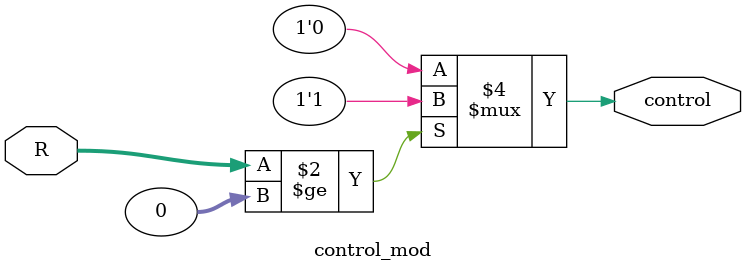
<source format=sv>
module control_mod #(
parameter DW = 16,
parameter DW_2 = 8

) (
input logic [DW_2-1:0] R,
output logic control
);

always_comb begin
	if(R>=0)
		control = 1;
	else
		control = 0;
end

endmodule


</source>
